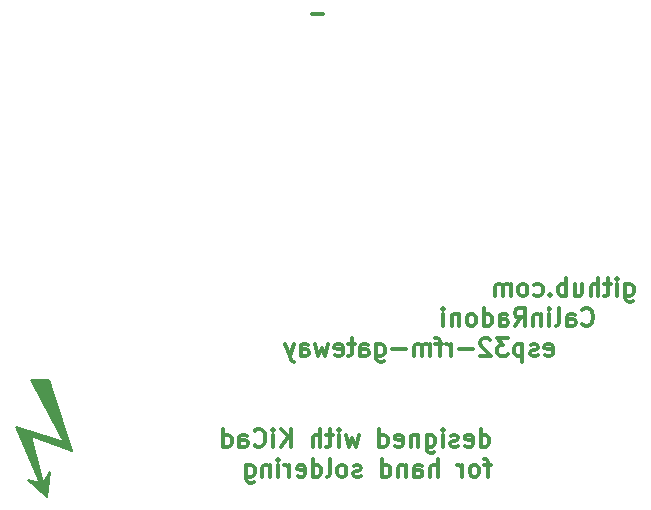
<source format=gbo>
G04 #@! TF.GenerationSoftware,KiCad,Pcbnew,5.0.2+dfsg1-1~bpo9+1*
G04 #@! TF.CreationDate,2019-05-11T00:16:23+03:00*
G04 #@! TF.ProjectId,esp32-rfm-gateway,65737033-322d-4726-966d-2d6761746577,rev?*
G04 #@! TF.SameCoordinates,Original*
G04 #@! TF.FileFunction,Legend,Bot*
G04 #@! TF.FilePolarity,Positive*
%FSLAX46Y46*%
G04 Gerber Fmt 4.6, Leading zero omitted, Abs format (unit mm)*
G04 Created by KiCad (PCBNEW 5.0.2+dfsg1-1~bpo9+1) date Sb 11 mai 2019 00:16:23 +0300*
%MOMM*%
%LPD*%
G01*
G04 APERTURE LIST*
%ADD10C,0.300000*%
%ADD11C,0.150000*%
G04 APERTURE END LIST*
D10*
X92305000Y-121903571D02*
X92305000Y-120403571D01*
X92305000Y-121832142D02*
X92447857Y-121903571D01*
X92733571Y-121903571D01*
X92876428Y-121832142D01*
X92947857Y-121760714D01*
X93019285Y-121617857D01*
X93019285Y-121189285D01*
X92947857Y-121046428D01*
X92876428Y-120975000D01*
X92733571Y-120903571D01*
X92447857Y-120903571D01*
X92305000Y-120975000D01*
X91019285Y-121832142D02*
X91162142Y-121903571D01*
X91447857Y-121903571D01*
X91590714Y-121832142D01*
X91662142Y-121689285D01*
X91662142Y-121117857D01*
X91590714Y-120975000D01*
X91447857Y-120903571D01*
X91162142Y-120903571D01*
X91019285Y-120975000D01*
X90947857Y-121117857D01*
X90947857Y-121260714D01*
X91662142Y-121403571D01*
X90376428Y-121832142D02*
X90233571Y-121903571D01*
X89947857Y-121903571D01*
X89805000Y-121832142D01*
X89733571Y-121689285D01*
X89733571Y-121617857D01*
X89805000Y-121475000D01*
X89947857Y-121403571D01*
X90162142Y-121403571D01*
X90305000Y-121332142D01*
X90376428Y-121189285D01*
X90376428Y-121117857D01*
X90305000Y-120975000D01*
X90162142Y-120903571D01*
X89947857Y-120903571D01*
X89805000Y-120975000D01*
X89090714Y-121903571D02*
X89090714Y-120903571D01*
X89090714Y-120403571D02*
X89162142Y-120475000D01*
X89090714Y-120546428D01*
X89019285Y-120475000D01*
X89090714Y-120403571D01*
X89090714Y-120546428D01*
X87733571Y-120903571D02*
X87733571Y-122117857D01*
X87805000Y-122260714D01*
X87876428Y-122332142D01*
X88019285Y-122403571D01*
X88233571Y-122403571D01*
X88376428Y-122332142D01*
X87733571Y-121832142D02*
X87876428Y-121903571D01*
X88162142Y-121903571D01*
X88305000Y-121832142D01*
X88376428Y-121760714D01*
X88447857Y-121617857D01*
X88447857Y-121189285D01*
X88376428Y-121046428D01*
X88305000Y-120975000D01*
X88162142Y-120903571D01*
X87876428Y-120903571D01*
X87733571Y-120975000D01*
X87019285Y-120903571D02*
X87019285Y-121903571D01*
X87019285Y-121046428D02*
X86947857Y-120975000D01*
X86805000Y-120903571D01*
X86590714Y-120903571D01*
X86447857Y-120975000D01*
X86376428Y-121117857D01*
X86376428Y-121903571D01*
X85090714Y-121832142D02*
X85233571Y-121903571D01*
X85519285Y-121903571D01*
X85662142Y-121832142D01*
X85733571Y-121689285D01*
X85733571Y-121117857D01*
X85662142Y-120975000D01*
X85519285Y-120903571D01*
X85233571Y-120903571D01*
X85090714Y-120975000D01*
X85019285Y-121117857D01*
X85019285Y-121260714D01*
X85733571Y-121403571D01*
X83733571Y-121903571D02*
X83733571Y-120403571D01*
X83733571Y-121832142D02*
X83876428Y-121903571D01*
X84162142Y-121903571D01*
X84305000Y-121832142D01*
X84376428Y-121760714D01*
X84447857Y-121617857D01*
X84447857Y-121189285D01*
X84376428Y-121046428D01*
X84305000Y-120975000D01*
X84162142Y-120903571D01*
X83876428Y-120903571D01*
X83733571Y-120975000D01*
X82019285Y-120903571D02*
X81733571Y-121903571D01*
X81447857Y-121189285D01*
X81162142Y-121903571D01*
X80876428Y-120903571D01*
X80305000Y-121903571D02*
X80305000Y-120903571D01*
X80305000Y-120403571D02*
X80376428Y-120475000D01*
X80305000Y-120546428D01*
X80233571Y-120475000D01*
X80305000Y-120403571D01*
X80305000Y-120546428D01*
X79805000Y-120903571D02*
X79233571Y-120903571D01*
X79590714Y-120403571D02*
X79590714Y-121689285D01*
X79519285Y-121832142D01*
X79376428Y-121903571D01*
X79233571Y-121903571D01*
X78733571Y-121903571D02*
X78733571Y-120403571D01*
X78090714Y-121903571D02*
X78090714Y-121117857D01*
X78162142Y-120975000D01*
X78305000Y-120903571D01*
X78519285Y-120903571D01*
X78662142Y-120975000D01*
X78733571Y-121046428D01*
X76233571Y-121903571D02*
X76233571Y-120403571D01*
X75376428Y-121903571D02*
X76019285Y-121046428D01*
X75376428Y-120403571D02*
X76233571Y-121260714D01*
X74733571Y-121903571D02*
X74733571Y-120903571D01*
X74733571Y-120403571D02*
X74805000Y-120475000D01*
X74733571Y-120546428D01*
X74662142Y-120475000D01*
X74733571Y-120403571D01*
X74733571Y-120546428D01*
X73162142Y-121760714D02*
X73233571Y-121832142D01*
X73447857Y-121903571D01*
X73590714Y-121903571D01*
X73805000Y-121832142D01*
X73947857Y-121689285D01*
X74019285Y-121546428D01*
X74090714Y-121260714D01*
X74090714Y-121046428D01*
X74019285Y-120760714D01*
X73947857Y-120617857D01*
X73805000Y-120475000D01*
X73590714Y-120403571D01*
X73447857Y-120403571D01*
X73233571Y-120475000D01*
X73162142Y-120546428D01*
X71876428Y-121903571D02*
X71876428Y-121117857D01*
X71947857Y-120975000D01*
X72090714Y-120903571D01*
X72376428Y-120903571D01*
X72519285Y-120975000D01*
X71876428Y-121832142D02*
X72019285Y-121903571D01*
X72376428Y-121903571D01*
X72519285Y-121832142D01*
X72590714Y-121689285D01*
X72590714Y-121546428D01*
X72519285Y-121403571D01*
X72376428Y-121332142D01*
X72019285Y-121332142D01*
X71876428Y-121260714D01*
X70519285Y-121903571D02*
X70519285Y-120403571D01*
X70519285Y-121832142D02*
X70662142Y-121903571D01*
X70947857Y-121903571D01*
X71090714Y-121832142D01*
X71162142Y-121760714D01*
X71233571Y-121617857D01*
X71233571Y-121189285D01*
X71162142Y-121046428D01*
X71090714Y-120975000D01*
X70947857Y-120903571D01*
X70662142Y-120903571D01*
X70519285Y-120975000D01*
X93162142Y-123453571D02*
X92590714Y-123453571D01*
X92947857Y-124453571D02*
X92947857Y-123167857D01*
X92876428Y-123025000D01*
X92733571Y-122953571D01*
X92590714Y-122953571D01*
X91876428Y-124453571D02*
X92019285Y-124382142D01*
X92090714Y-124310714D01*
X92162142Y-124167857D01*
X92162142Y-123739285D01*
X92090714Y-123596428D01*
X92019285Y-123525000D01*
X91876428Y-123453571D01*
X91662142Y-123453571D01*
X91519285Y-123525000D01*
X91447857Y-123596428D01*
X91376428Y-123739285D01*
X91376428Y-124167857D01*
X91447857Y-124310714D01*
X91519285Y-124382142D01*
X91662142Y-124453571D01*
X91876428Y-124453571D01*
X90733571Y-124453571D02*
X90733571Y-123453571D01*
X90733571Y-123739285D02*
X90662142Y-123596428D01*
X90590714Y-123525000D01*
X90447857Y-123453571D01*
X90305000Y-123453571D01*
X88662142Y-124453571D02*
X88662142Y-122953571D01*
X88019285Y-124453571D02*
X88019285Y-123667857D01*
X88090714Y-123525000D01*
X88233571Y-123453571D01*
X88447857Y-123453571D01*
X88590714Y-123525000D01*
X88662142Y-123596428D01*
X86662142Y-124453571D02*
X86662142Y-123667857D01*
X86733571Y-123525000D01*
X86876428Y-123453571D01*
X87162142Y-123453571D01*
X87305000Y-123525000D01*
X86662142Y-124382142D02*
X86805000Y-124453571D01*
X87162142Y-124453571D01*
X87305000Y-124382142D01*
X87376428Y-124239285D01*
X87376428Y-124096428D01*
X87305000Y-123953571D01*
X87162142Y-123882142D01*
X86805000Y-123882142D01*
X86662142Y-123810714D01*
X85947857Y-123453571D02*
X85947857Y-124453571D01*
X85947857Y-123596428D02*
X85876428Y-123525000D01*
X85733571Y-123453571D01*
X85519285Y-123453571D01*
X85376428Y-123525000D01*
X85305000Y-123667857D01*
X85305000Y-124453571D01*
X83947857Y-124453571D02*
X83947857Y-122953571D01*
X83947857Y-124382142D02*
X84090714Y-124453571D01*
X84376428Y-124453571D01*
X84519285Y-124382142D01*
X84590714Y-124310714D01*
X84662142Y-124167857D01*
X84662142Y-123739285D01*
X84590714Y-123596428D01*
X84519285Y-123525000D01*
X84376428Y-123453571D01*
X84090714Y-123453571D01*
X83947857Y-123525000D01*
X82162142Y-124382142D02*
X82019285Y-124453571D01*
X81733571Y-124453571D01*
X81590714Y-124382142D01*
X81519285Y-124239285D01*
X81519285Y-124167857D01*
X81590714Y-124025000D01*
X81733571Y-123953571D01*
X81947857Y-123953571D01*
X82090714Y-123882142D01*
X82162142Y-123739285D01*
X82162142Y-123667857D01*
X82090714Y-123525000D01*
X81947857Y-123453571D01*
X81733571Y-123453571D01*
X81590714Y-123525000D01*
X80662142Y-124453571D02*
X80805000Y-124382142D01*
X80876428Y-124310714D01*
X80947857Y-124167857D01*
X80947857Y-123739285D01*
X80876428Y-123596428D01*
X80805000Y-123525000D01*
X80662142Y-123453571D01*
X80447857Y-123453571D01*
X80305000Y-123525000D01*
X80233571Y-123596428D01*
X80162142Y-123739285D01*
X80162142Y-124167857D01*
X80233571Y-124310714D01*
X80305000Y-124382142D01*
X80447857Y-124453571D01*
X80662142Y-124453571D01*
X79305000Y-124453571D02*
X79447857Y-124382142D01*
X79519285Y-124239285D01*
X79519285Y-122953571D01*
X78090714Y-124453571D02*
X78090714Y-122953571D01*
X78090714Y-124382142D02*
X78233571Y-124453571D01*
X78519285Y-124453571D01*
X78662142Y-124382142D01*
X78733571Y-124310714D01*
X78805000Y-124167857D01*
X78805000Y-123739285D01*
X78733571Y-123596428D01*
X78662142Y-123525000D01*
X78519285Y-123453571D01*
X78233571Y-123453571D01*
X78090714Y-123525000D01*
X76805000Y-124382142D02*
X76947857Y-124453571D01*
X77233571Y-124453571D01*
X77376428Y-124382142D01*
X77447857Y-124239285D01*
X77447857Y-123667857D01*
X77376428Y-123525000D01*
X77233571Y-123453571D01*
X76947857Y-123453571D01*
X76805000Y-123525000D01*
X76733571Y-123667857D01*
X76733571Y-123810714D01*
X77447857Y-123953571D01*
X76090714Y-124453571D02*
X76090714Y-123453571D01*
X76090714Y-123739285D02*
X76019285Y-123596428D01*
X75947857Y-123525000D01*
X75805000Y-123453571D01*
X75662142Y-123453571D01*
X75162142Y-124453571D02*
X75162142Y-123453571D01*
X75162142Y-122953571D02*
X75233571Y-123025000D01*
X75162142Y-123096428D01*
X75090714Y-123025000D01*
X75162142Y-122953571D01*
X75162142Y-123096428D01*
X74447857Y-123453571D02*
X74447857Y-124453571D01*
X74447857Y-123596428D02*
X74376428Y-123525000D01*
X74233571Y-123453571D01*
X74019285Y-123453571D01*
X73876428Y-123525000D01*
X73805000Y-123667857D01*
X73805000Y-124453571D01*
X72447857Y-123453571D02*
X72447857Y-124667857D01*
X72519285Y-124810714D01*
X72590714Y-124882142D01*
X72733571Y-124953571D01*
X72947857Y-124953571D01*
X73090714Y-124882142D01*
X72447857Y-124382142D02*
X72590714Y-124453571D01*
X72876428Y-124453571D01*
X73019285Y-124382142D01*
X73090714Y-124310714D01*
X73162142Y-124167857D01*
X73162142Y-123739285D01*
X73090714Y-123596428D01*
X73019285Y-123525000D01*
X72876428Y-123453571D01*
X72590714Y-123453571D01*
X72447857Y-123525000D01*
X104555000Y-108128571D02*
X104555000Y-109342857D01*
X104626428Y-109485714D01*
X104697857Y-109557142D01*
X104840714Y-109628571D01*
X105055000Y-109628571D01*
X105197857Y-109557142D01*
X104555000Y-109057142D02*
X104697857Y-109128571D01*
X104983571Y-109128571D01*
X105126428Y-109057142D01*
X105197857Y-108985714D01*
X105269285Y-108842857D01*
X105269285Y-108414285D01*
X105197857Y-108271428D01*
X105126428Y-108200000D01*
X104983571Y-108128571D01*
X104697857Y-108128571D01*
X104555000Y-108200000D01*
X103840714Y-109128571D02*
X103840714Y-108128571D01*
X103840714Y-107628571D02*
X103912142Y-107700000D01*
X103840714Y-107771428D01*
X103769285Y-107700000D01*
X103840714Y-107628571D01*
X103840714Y-107771428D01*
X103340714Y-108128571D02*
X102769285Y-108128571D01*
X103126428Y-107628571D02*
X103126428Y-108914285D01*
X103055000Y-109057142D01*
X102912142Y-109128571D01*
X102769285Y-109128571D01*
X102269285Y-109128571D02*
X102269285Y-107628571D01*
X101626428Y-109128571D02*
X101626428Y-108342857D01*
X101697857Y-108200000D01*
X101840714Y-108128571D01*
X102055000Y-108128571D01*
X102197857Y-108200000D01*
X102269285Y-108271428D01*
X100269285Y-108128571D02*
X100269285Y-109128571D01*
X100912142Y-108128571D02*
X100912142Y-108914285D01*
X100840714Y-109057142D01*
X100697857Y-109128571D01*
X100483571Y-109128571D01*
X100340714Y-109057142D01*
X100269285Y-108985714D01*
X99555000Y-109128571D02*
X99555000Y-107628571D01*
X99555000Y-108200000D02*
X99412142Y-108128571D01*
X99126428Y-108128571D01*
X98983571Y-108200000D01*
X98912142Y-108271428D01*
X98840714Y-108414285D01*
X98840714Y-108842857D01*
X98912142Y-108985714D01*
X98983571Y-109057142D01*
X99126428Y-109128571D01*
X99412142Y-109128571D01*
X99555000Y-109057142D01*
X98197857Y-108985714D02*
X98126428Y-109057142D01*
X98197857Y-109128571D01*
X98269285Y-109057142D01*
X98197857Y-108985714D01*
X98197857Y-109128571D01*
X96840714Y-109057142D02*
X96983571Y-109128571D01*
X97269285Y-109128571D01*
X97412142Y-109057142D01*
X97483571Y-108985714D01*
X97555000Y-108842857D01*
X97555000Y-108414285D01*
X97483571Y-108271428D01*
X97412142Y-108200000D01*
X97269285Y-108128571D01*
X96983571Y-108128571D01*
X96840714Y-108200000D01*
X95983571Y-109128571D02*
X96126428Y-109057142D01*
X96197857Y-108985714D01*
X96269285Y-108842857D01*
X96269285Y-108414285D01*
X96197857Y-108271428D01*
X96126428Y-108200000D01*
X95983571Y-108128571D01*
X95769285Y-108128571D01*
X95626428Y-108200000D01*
X95555000Y-108271428D01*
X95483571Y-108414285D01*
X95483571Y-108842857D01*
X95555000Y-108985714D01*
X95626428Y-109057142D01*
X95769285Y-109128571D01*
X95983571Y-109128571D01*
X94840714Y-109128571D02*
X94840714Y-108128571D01*
X94840714Y-108271428D02*
X94769285Y-108200000D01*
X94626428Y-108128571D01*
X94412142Y-108128571D01*
X94269285Y-108200000D01*
X94197857Y-108342857D01*
X94197857Y-109128571D01*
X94197857Y-108342857D02*
X94126428Y-108200000D01*
X93983571Y-108128571D01*
X93769285Y-108128571D01*
X93626428Y-108200000D01*
X93555000Y-108342857D01*
X93555000Y-109128571D01*
X100912142Y-111535714D02*
X100983571Y-111607142D01*
X101197857Y-111678571D01*
X101340714Y-111678571D01*
X101555000Y-111607142D01*
X101697857Y-111464285D01*
X101769285Y-111321428D01*
X101840714Y-111035714D01*
X101840714Y-110821428D01*
X101769285Y-110535714D01*
X101697857Y-110392857D01*
X101555000Y-110250000D01*
X101340714Y-110178571D01*
X101197857Y-110178571D01*
X100983571Y-110250000D01*
X100912142Y-110321428D01*
X99626428Y-111678571D02*
X99626428Y-110892857D01*
X99697857Y-110750000D01*
X99840714Y-110678571D01*
X100126428Y-110678571D01*
X100269285Y-110750000D01*
X99626428Y-111607142D02*
X99769285Y-111678571D01*
X100126428Y-111678571D01*
X100269285Y-111607142D01*
X100340714Y-111464285D01*
X100340714Y-111321428D01*
X100269285Y-111178571D01*
X100126428Y-111107142D01*
X99769285Y-111107142D01*
X99626428Y-111035714D01*
X98697857Y-111678571D02*
X98840714Y-111607142D01*
X98912142Y-111464285D01*
X98912142Y-110178571D01*
X98126428Y-111678571D02*
X98126428Y-110678571D01*
X98126428Y-110178571D02*
X98197857Y-110250000D01*
X98126428Y-110321428D01*
X98055000Y-110250000D01*
X98126428Y-110178571D01*
X98126428Y-110321428D01*
X97412142Y-110678571D02*
X97412142Y-111678571D01*
X97412142Y-110821428D02*
X97340714Y-110750000D01*
X97197857Y-110678571D01*
X96983571Y-110678571D01*
X96840714Y-110750000D01*
X96769285Y-110892857D01*
X96769285Y-111678571D01*
X95197857Y-111678571D02*
X95697857Y-110964285D01*
X96055000Y-111678571D02*
X96055000Y-110178571D01*
X95483571Y-110178571D01*
X95340714Y-110250000D01*
X95269285Y-110321428D01*
X95197857Y-110464285D01*
X95197857Y-110678571D01*
X95269285Y-110821428D01*
X95340714Y-110892857D01*
X95483571Y-110964285D01*
X96055000Y-110964285D01*
X93912142Y-111678571D02*
X93912142Y-110892857D01*
X93983571Y-110750000D01*
X94126428Y-110678571D01*
X94412142Y-110678571D01*
X94555000Y-110750000D01*
X93912142Y-111607142D02*
X94055000Y-111678571D01*
X94412142Y-111678571D01*
X94555000Y-111607142D01*
X94626428Y-111464285D01*
X94626428Y-111321428D01*
X94555000Y-111178571D01*
X94412142Y-111107142D01*
X94055000Y-111107142D01*
X93912142Y-111035714D01*
X92555000Y-111678571D02*
X92555000Y-110178571D01*
X92555000Y-111607142D02*
X92697857Y-111678571D01*
X92983571Y-111678571D01*
X93126428Y-111607142D01*
X93197857Y-111535714D01*
X93269285Y-111392857D01*
X93269285Y-110964285D01*
X93197857Y-110821428D01*
X93126428Y-110750000D01*
X92983571Y-110678571D01*
X92697857Y-110678571D01*
X92555000Y-110750000D01*
X91626428Y-111678571D02*
X91769285Y-111607142D01*
X91840714Y-111535714D01*
X91912142Y-111392857D01*
X91912142Y-110964285D01*
X91840714Y-110821428D01*
X91769285Y-110750000D01*
X91626428Y-110678571D01*
X91412142Y-110678571D01*
X91269285Y-110750000D01*
X91197857Y-110821428D01*
X91126428Y-110964285D01*
X91126428Y-111392857D01*
X91197857Y-111535714D01*
X91269285Y-111607142D01*
X91412142Y-111678571D01*
X91626428Y-111678571D01*
X90483571Y-110678571D02*
X90483571Y-111678571D01*
X90483571Y-110821428D02*
X90412142Y-110750000D01*
X90269285Y-110678571D01*
X90055000Y-110678571D01*
X89912142Y-110750000D01*
X89840714Y-110892857D01*
X89840714Y-111678571D01*
X89126428Y-111678571D02*
X89126428Y-110678571D01*
X89126428Y-110178571D02*
X89197857Y-110250000D01*
X89126428Y-110321428D01*
X89055000Y-110250000D01*
X89126428Y-110178571D01*
X89126428Y-110321428D01*
X97769285Y-114157142D02*
X97912142Y-114228571D01*
X98197857Y-114228571D01*
X98340714Y-114157142D01*
X98412142Y-114014285D01*
X98412142Y-113442857D01*
X98340714Y-113300000D01*
X98197857Y-113228571D01*
X97912142Y-113228571D01*
X97769285Y-113300000D01*
X97697857Y-113442857D01*
X97697857Y-113585714D01*
X98412142Y-113728571D01*
X97126428Y-114157142D02*
X96983571Y-114228571D01*
X96697857Y-114228571D01*
X96555000Y-114157142D01*
X96483571Y-114014285D01*
X96483571Y-113942857D01*
X96555000Y-113800000D01*
X96697857Y-113728571D01*
X96912142Y-113728571D01*
X97055000Y-113657142D01*
X97126428Y-113514285D01*
X97126428Y-113442857D01*
X97055000Y-113300000D01*
X96912142Y-113228571D01*
X96697857Y-113228571D01*
X96555000Y-113300000D01*
X95840714Y-113228571D02*
X95840714Y-114728571D01*
X95840714Y-113300000D02*
X95697857Y-113228571D01*
X95412142Y-113228571D01*
X95269285Y-113300000D01*
X95197857Y-113371428D01*
X95126428Y-113514285D01*
X95126428Y-113942857D01*
X95197857Y-114085714D01*
X95269285Y-114157142D01*
X95412142Y-114228571D01*
X95697857Y-114228571D01*
X95840714Y-114157142D01*
X94626428Y-112728571D02*
X93697857Y-112728571D01*
X94197857Y-113300000D01*
X93983571Y-113300000D01*
X93840714Y-113371428D01*
X93769285Y-113442857D01*
X93697857Y-113585714D01*
X93697857Y-113942857D01*
X93769285Y-114085714D01*
X93840714Y-114157142D01*
X93983571Y-114228571D01*
X94412142Y-114228571D01*
X94555000Y-114157142D01*
X94626428Y-114085714D01*
X93126428Y-112871428D02*
X93055000Y-112800000D01*
X92912142Y-112728571D01*
X92555000Y-112728571D01*
X92412142Y-112800000D01*
X92340714Y-112871428D01*
X92269285Y-113014285D01*
X92269285Y-113157142D01*
X92340714Y-113371428D01*
X93197857Y-114228571D01*
X92269285Y-114228571D01*
X91626428Y-113657142D02*
X90483571Y-113657142D01*
X89769285Y-114228571D02*
X89769285Y-113228571D01*
X89769285Y-113514285D02*
X89697857Y-113371428D01*
X89626428Y-113300000D01*
X89483571Y-113228571D01*
X89340714Y-113228571D01*
X89055000Y-113228571D02*
X88483571Y-113228571D01*
X88840714Y-114228571D02*
X88840714Y-112942857D01*
X88769285Y-112800000D01*
X88626428Y-112728571D01*
X88483571Y-112728571D01*
X87983571Y-114228571D02*
X87983571Y-113228571D01*
X87983571Y-113371428D02*
X87912142Y-113300000D01*
X87769285Y-113228571D01*
X87555000Y-113228571D01*
X87412142Y-113300000D01*
X87340714Y-113442857D01*
X87340714Y-114228571D01*
X87340714Y-113442857D02*
X87269285Y-113300000D01*
X87126428Y-113228571D01*
X86912142Y-113228571D01*
X86769285Y-113300000D01*
X86697857Y-113442857D01*
X86697857Y-114228571D01*
X85983571Y-113657142D02*
X84840714Y-113657142D01*
X83483571Y-113228571D02*
X83483571Y-114442857D01*
X83555000Y-114585714D01*
X83626428Y-114657142D01*
X83769285Y-114728571D01*
X83983571Y-114728571D01*
X84126428Y-114657142D01*
X83483571Y-114157142D02*
X83626428Y-114228571D01*
X83912142Y-114228571D01*
X84055000Y-114157142D01*
X84126428Y-114085714D01*
X84197857Y-113942857D01*
X84197857Y-113514285D01*
X84126428Y-113371428D01*
X84055000Y-113300000D01*
X83912142Y-113228571D01*
X83626428Y-113228571D01*
X83483571Y-113300000D01*
X82126428Y-114228571D02*
X82126428Y-113442857D01*
X82197857Y-113300000D01*
X82340714Y-113228571D01*
X82626428Y-113228571D01*
X82769285Y-113300000D01*
X82126428Y-114157142D02*
X82269285Y-114228571D01*
X82626428Y-114228571D01*
X82769285Y-114157142D01*
X82840714Y-114014285D01*
X82840714Y-113871428D01*
X82769285Y-113728571D01*
X82626428Y-113657142D01*
X82269285Y-113657142D01*
X82126428Y-113585714D01*
X81626428Y-113228571D02*
X81055000Y-113228571D01*
X81412142Y-112728571D02*
X81412142Y-114014285D01*
X81340714Y-114157142D01*
X81197857Y-114228571D01*
X81055000Y-114228571D01*
X79983571Y-114157142D02*
X80126428Y-114228571D01*
X80412142Y-114228571D01*
X80555000Y-114157142D01*
X80626428Y-114014285D01*
X80626428Y-113442857D01*
X80555000Y-113300000D01*
X80412142Y-113228571D01*
X80126428Y-113228571D01*
X79983571Y-113300000D01*
X79912142Y-113442857D01*
X79912142Y-113585714D01*
X80626428Y-113728571D01*
X79412142Y-113228571D02*
X79126428Y-114228571D01*
X78840714Y-113514285D01*
X78555000Y-114228571D01*
X78269285Y-113228571D01*
X77055000Y-114228571D02*
X77055000Y-113442857D01*
X77126428Y-113300000D01*
X77269285Y-113228571D01*
X77555000Y-113228571D01*
X77697857Y-113300000D01*
X77055000Y-114157142D02*
X77197857Y-114228571D01*
X77555000Y-114228571D01*
X77697857Y-114157142D01*
X77769285Y-114014285D01*
X77769285Y-113871428D01*
X77697857Y-113728571D01*
X77555000Y-113657142D01*
X77197857Y-113657142D01*
X77055000Y-113585714D01*
X76483571Y-113228571D02*
X76126428Y-114228571D01*
X75769285Y-113228571D02*
X76126428Y-114228571D01*
X76269285Y-114585714D01*
X76340714Y-114657142D01*
X76483571Y-114728571D01*
G04 #@! TO.C,D20*
X78000000Y-85280000D02*
X79000000Y-85280000D01*
D11*
G04 #@! TO.C,SYM4*
G36*
X55750000Y-116250000D02*
X57750000Y-122250000D01*
X54250000Y-121000000D01*
X55240000Y-124960000D01*
X55820000Y-124080000D01*
X55620000Y-126160000D01*
X54000000Y-124750000D01*
X55030000Y-125000000D01*
X53000000Y-120250000D01*
X57000000Y-121500000D01*
X54250000Y-116250000D01*
X55750000Y-116250000D01*
G37*
X55750000Y-116250000D02*
X57750000Y-122250000D01*
X54250000Y-121000000D01*
X55240000Y-124960000D01*
X55820000Y-124080000D01*
X55620000Y-126160000D01*
X54000000Y-124750000D01*
X55030000Y-125000000D01*
X53000000Y-120250000D01*
X57000000Y-121500000D01*
X54250000Y-116250000D01*
X55750000Y-116250000D01*
G04 #@! TD*
M02*

</source>
